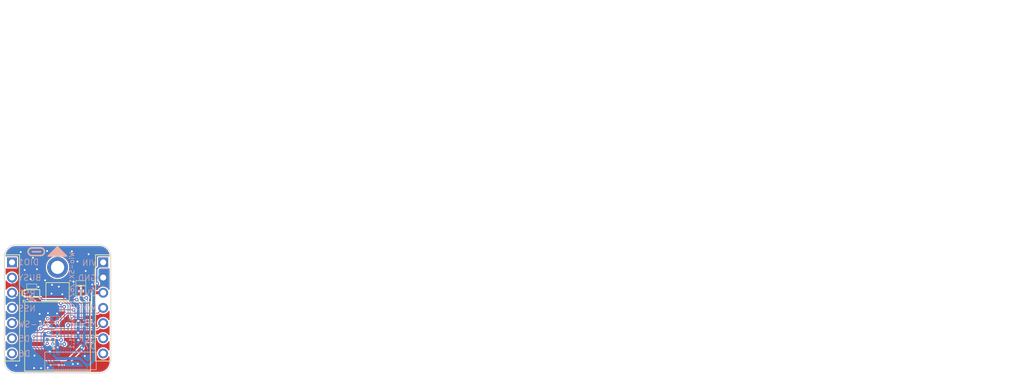
<source format=kicad_pcb>
(kicad_pcb (version 20240108) (generator "pcbnew") (generator_version "8.0")
  (layers (0 "F.Cu" signal) (31 "B.Cu" signal) (34 "B.Paste" user) (35 "F.Paste" user) (36 "B.SilkS" user "B.Silkscreen") (37 "F.SilkS" user "F.Silkscreen") (38 "B.Mask" user) (39 "F.Mask" user) (44 "Edge.Cuts" user))
  (net 0 "")
  (net 1 "Net-(D1--)")
  (net 2 "GPIO48")
  (net 3 "VIN")
  (net 4 "LORA_SPI_SCK")
  (net 5 "LORA_SPI_MISO")
  (net 6 "GND")
  (net 7 "+3V3")
  (net 8 "LORA_SPI_MOSI")
  (net 9 "LORA_RF_SW1")
  (net 10 "LORA_SPI_NSS")
  (net 11 "LORA_DIO1")
  (net 12 "LORA_BUSY")
  (net 13 "LORA_RST")
  (net 15 "GPIO47")
  (net 18 "GPIO18")
  (net 19 "GPIO14")
  (net 20 "GPIO15")
  (net 21 "GPIO21")
  (net 22 "GPIO16")
  (net 23 "GPIO17")
  (net 32 "Net-(U1-MISO)")
  (net 33 "Net-(U1-MOSI)")
  (net 34 "Net-(U1-SCK)")
  (net 35 "Net-(U1-NSS)")
  (footprint "Resistor:R0402" (layer "F.Cu") (at 117.856 118.0846 90)
    (property "Reference" "R3")
    (property "Value" "10K")
    (fp_line (start 0.839 -0.3945) (end 0.839 0.3945) (stroke (width 0.0762)) (layer "F.SilkS"))
    (fp_line (start -0.839 -0.3945) (end 0.839 -0.3945) (stroke (width 0.0762)) (layer "F.SilkS"))
    (fp_line (start 0.839 0.3945) (end -0.839 0.3945) (stroke (width 0.0762)) (layer "F.SilkS"))
    (fp_line (start -0.839 0.3945) (end -0.839 -0.3945) (stroke (width 0.0762)) (layer "F.SilkS"))
    (pad "1" smd roundrect (at -0.4625 0 90) (size 0.5 0.5) (layers "F.Cu" "F.Paste" "F.Mask") (roundrect_rratio 0.13) (net 21 "GPIO21"))
    (pad "2" smd roundrect (at 0.4625 0 90) (size 0.5 0.5) (layers "F.Cu" "F.Paste" "F.Mask") (roundrect_rratio 0.13) (net 7 "+3V3"))
  )
  (footprint "Connector:H7-2.54" (layer "F.Cu") (at 122.021598 120.90349)
    (property "Reference" "J2")
    (property "Value" "Header 1x7 2.54mm")
    (fp_line (start -1.27 -8.89) (end 1.27 -8.89) (stroke (width 0.127)) (layer "F.SilkS"))
    (fp_line (start -1.27 8.89) (end -1.27 -8.89) (stroke (width 0.127)) (layer "F.SilkS"))
    (fp_line (start 1.27 -8.89) (end 1.27 8.89) (stroke (width 0.127)) (layer "F.SilkS"))
    (fp_line (start 1.27 8.89) (end -1.27 8.89) (stroke (width 0.127)) (layer "F.SilkS"))
    (pad "1" thru_hole rect (at 0 -7.62) (size 1.651 1.651) (drill 1) (layers "*.Cu" "*.Mask") (net 3 "VIN"))
    (pad "2" thru_hole circle (at 0 -5.08) (size 1.651 1.651) (drill 1) (layers "*.Cu" "*.Mask") (net 6 "GND"))
    (pad "3" thru_hole circle (at 0 -2.54) (size 1.651 1.651) (drill 1) (layers "*.Cu" "*.Mask") (net 7 "+3V3"))
    (pad "4" thru_hole circle (at 0 0) (size 1.651 1.651) (drill 1) (layers "*.Cu" "*.Mask") (net 8 "LORA_SPI_MOSI"))
    (pad "5" thru_hole circle (at 0 2.54) (size 1.651 1.651) (drill 1) (layers "*.Cu" "*.Mask") (net 5 "LORA_SPI_MISO"))
    (pad "6" thru_hole circle (at 0 5.08) (size 1.651 1.651) (drill 1) (layers "*.Cu" "*.Mask") (net 4 "LORA_SPI_SCK"))
    (pad "7" thru_hole circle (at 0 7.62) (size 1.651 1.651) (drill 1) (layers "*.Cu" "*.Mask"))
  )
  (footprint "Misc:TP-D3_5c2_2mm" (layer "F.Cu") (at 114.398552 114.1222)
    (property "Reference" "TP1")
    (property "Value" "Test Point" (hide yes))
    (pad "1" thru_hole circle (at 0 0) (size 3.5 3.5) (drill 2.2) (layers "*.Cu" "*.Mask"))
  )
  (footprint "Resistor:R0402" (layer "F.Cu") (at 110.087664 117.305328 180)
    (property "Reference" "R2")
    (property "Value" "330R")
    (fp_line (start 0.839 0.3945) (end -0.839 0.3945) (stroke (width 0.0762)) (layer "F.SilkS"))
    (fp_line (start 0.839 -0.3945) (end 0.839 0.3945) (stroke (width 0.0762)) (layer "F.SilkS"))
    (fp_line (start -0.839 0.3945) (end -0.839 -0.3945) (stroke (width 0.0762)) (layer "F.SilkS"))
    (fp_line (start -0.839 -0.3945) (end 0.839 -0.3945) (stroke (width 0.0762)) (layer "F.SilkS"))
    (pad "1" smd roundrect (at -0.4625 0 180) (size 0.5 0.5) (layers "F.Cu" "F.Paste" "F.Mask") (roundrect_rratio 0.13) (net 6 "GND"))
    (pad "2" smd roundrect (at 0.4625 0 180) (size 0.5 0.5) (layers "F.Cu" "F.Paste" "F.Mask") (roundrect_rratio 0.13) (net 1 "Net-(D1--)"))
  )
  (footprint "Resistor:R0402" (layer "F.Cu") (at 118.745 118.0846 90)
    (property "Reference" "R1")
    (property "Value" "10K")
    (fp_line (start 0.839 -0.3945) (end 0.839 0.3945) (stroke (width 0.0762)) (layer "F.SilkS"))
    (fp_line (start -0.839 -0.3945) (end 0.839 -0.3945) (stroke (width 0.0762)) (layer "F.SilkS"))
    (fp_line (start 0.839 0.3945) (end -0.839 0.3945) (stroke (width 0.0762)) (layer "F.SilkS"))
    (fp_line (start -0.839 0.3945) (end -0.839 -0.3945) (stroke (width 0.0762)) (layer "F.SilkS"))
    (pad "1" smd roundrect (at -0.4625 0 90) (size 0.5 0.5) (layers "F.Cu" "F.Paste" "F.Mask") (roundrect_rratio 0.13) (net 13 "LORA_RST"))
    (pad "2" smd roundrect (at 0.4625 0 90) (size 0.5 0.5) (layers "F.Cu" "F.Paste" "F.Mask") (roundrect_rratio 0.13) (net 7 "+3V3"))
  )
  (footprint "Diode:LED-0603" (layer "F.Cu") (at 110.08868 118.482872)
    (property "Reference" "D1")
    (property "Value" "Green")
    (fp_line (start -1.5875 -0.254) (end -1.2065 -0.635) (stroke (width 0.127)) (layer "F.SilkS"))
    (fp_line (start -1.5875 0.254) (end -1.5875 -0.254) (stroke (width 0.127)) (layer "F.SilkS"))
    (fp_line (start -1.2065 -0.635) (end 1.3335 -0.635) (stroke (width 0.127)) (layer "F.SilkS"))
    (fp_line (start -1.2065 0.635) (end -1.5875 0.254) (stroke (width 0.127)) (layer "F.SilkS"))
    (fp_line (start 1.3335 -0.635) (end 1.3335 0.635) (stroke (width 0.127)) (layer "F.SilkS"))
    (fp_line (start 1.3335 0.635) (end -1.2065 0.635) (stroke (width 0.127)) (layer "F.SilkS"))
    (pad "1" smd roundrect (at 0.762 0 180) (size 0.762 0.889) (layers "F.Cu" "F.Paste" "F.Mask") (roundrect_rratio 0.125) (net 2 "GPIO48"))
    (pad "2" smd roundrect (at -0.762 0 180) (size 0.762 0.889) (layers "F.Cu" "F.Paste" "F.Mask") (roundrect_rratio 0.125) (net 1 "Net-(D1--)"))
  )
  (footprint "Module:MODULE12P-1.27-11X11.6MM" (layer "F.Cu") (at 108.9016 119.885014 -90)
    (property "Reference" "U1")
    (property "Value" "Wio-SX1262")
    (fp_line (start -0.254 0.254) (end -0.254 -0.127) (stroke (width 0.127)) (layer "F.SilkS"))
    (fp_line (start 0.127 0.254) (end -0.254 0.254) (stroke (width 0.127)) (layer "F.SilkS"))
    (fp_line (start 0 0) (end 0 -11) (stroke (width 0.12)) (layer "F.SilkS"))
    (fp_line (start 11.6 0) (end 0 0) (stroke (width 0.12)) (layer "F.SilkS"))
    (fp_line (start 0 -11) (end 11.6 -11) (stroke (width 0.12)) (layer "F.SilkS"))
    (fp_line (start 11.6 -11) (end 11.6 0) (stroke (width 0.12)) (layer "F.SilkS"))
    (pad "1" smd roundrect (at 1.33 -0.3) (size 1.6 0.6) (layers "F.Cu" "F.Paste" "F.Mask") (net 9 "LORA_RF_SW1"))
    (pad "2" smd roundrect (at 2.6 -0.3) (size 1.6 0.6) (layers "F.Cu" "F.Paste" "F.Mask") (net 32 "Net-(U1-MISO)"))
    (pad "3" smd roundrect (at 3.87 -0.3) (size 1.6 0.6) (layers "F.Cu" "F.Paste" "F.Mask") (net 33 "Net-(U1-MOSI)"))
    (pad "4" smd roundrect (at 5.14 -0.3) (size 1.6 0.6) (layers "F.Cu" "F.Paste" "F.Mask") (net 34 "Net-(U1-SCK)"))
    (pad "5" smd roundrect (at 6.41 -0.3) (size 1.6 0.6) (layers "F.Cu" "F.Paste" "F.Mask") (net 13 "LORA_RST"))
    (pad "6" smd roundrect (at 7.68 -0.3) (size 1.6 0.6) (layers "F.Cu" "F.Paste" "F.Mask") (net 35 "Net-(U1-NSS)"))
    (pad "7" smd roundrect (at 8.95 -0.3) (size 1.6 0.6) (layers "F.Cu" "F.Paste" "F.Mask") (net 6 "GND"))
    (pad "8" smd roundrect (at 10.22 -0.3) (size 1.6 0.6) (layers "F.Cu" "F.Paste" "F.Mask") (net 7 "+3V3"))
    (pad "9" smd roundrect (at 6.41 -10.7) (size 1.6 0.6) (layers "F.Cu" "F.Paste" "F.Mask"))
    (pad "10" smd roundrect (at 5.14 -10.7) (size 1.6 0.6) (layers "F.Cu" "F.Paste" "F.Mask") (net 6 "GND"))
    (pad "11" smd roundrect (at 3.87 -10.7) (size 1.6 0.6) (layers "F.Cu" "F.Paste" "F.Mask") (net 12 "LORA_BUSY"))
    (pad "12" smd roundrect (at 2.6 -10.7) (size 1.6 0.6) (layers "F.Cu" "F.Paste" "F.Mask") (net 11 "LORA_DIO1"))
  )
  (footprint "Switch:BUTTON2P_3_9X3X2MM" (layer "F.Cu") (at 114.398552 118.15572)
    (property "Reference" "K1")
    (property "Value" "TS-1185E")
    (fp_rect (start -1.95 -1.5) (end 1.95 1.5) (stroke (width 0.12)) (fill none) (layer "F.SilkS"))
    (pad "1" smd roundrect (at -2.25 0 90) (size 1.5 1) (layers "F.Cu" "F.Paste" "F.Mask") (net 6 "GND"))
    (pad "2" smd roundrect (at 2.25 0 90) (size 1.5 1) (layers "F.Cu" "F.Paste" "F.Mask") (net 21 "GPIO21"))
  )
  (footprint "Capacitor:C0402" (layer "F.Cu") (at 118.28 116.72 180)
    (property "Reference" "C1")
    (property "Value" "100nF")
    (fp_line (start 0.839 -0.2675) (end 0.839 0.2675) (stroke (width 0.0762)) (layer "F.SilkS"))
    (fp_line (start 0.712 0.3945) (end -0.712 0.3945) (stroke (width 0.0762)) (layer "F.SilkS"))
    (fp_line (start -0.712 -0.3945) (end 0.712 -0.3945) (stroke (width 0.0762)) (layer "F.SilkS"))
    (fp_line (start -0.839 0.2675) (end -0.839 -0.2675) (stroke (width 0.0762)) (layer "F.SilkS"))
    (fp_arc (start 0.839 0.2675) (mid 0.801803 0.357303) (end 0.712 0.3945) (stroke (width 0.0762)) (layer "F.SilkS"))
    (fp_arc (start 0.712 -0.3945) (mid 0.801803 -0.357303) (end 0.839 -0.2675) (stroke (width 0.0762)) (layer "F.SilkS"))
    (fp_arc (start -0.712 0.3945) (mid -0.801803 0.357303) (end -0.839 0.2675) (stroke (width 0.0762)) (layer "F.SilkS"))
    (fp_arc (start -0.839 -0.2675) (mid -0.801803 -0.357303) (end -0.712 -0.3945) (stroke (width 0.0762)) (layer "F.SilkS"))
    (pad "1" smd roundrect (at -0.4625 0 180) (size 0.5 0.5) (layers "F.Cu" "F.Paste" "F.Mask") (roundrect_rratio 0.13) (net 7 "+3V3"))
    (pad "2" smd roundrect (at 0.4625 0 180) (size 0.5 0.5) (layers "F.Cu" "F.Paste" "F.Mask") (roundrect_rratio 0.13) (net 6 "GND"))
  )
  (footprint "Connector:H7-2.54" (layer "F.Cu") (at 106.781598 120.90349)
    (property "Reference" "J1")
    (property "Value" "Header 1x7 2.54mm")
    (fp_line (start -1.27 -8.89) (end 1.27 -8.89) (stroke (width 0.127)) (layer "F.SilkS"))
    (fp_line (start -1.27 8.89) (end -1.27 -8.89) (stroke (width 0.127)) (layer "F.SilkS"))
    (fp_line (start 1.27 -8.89) (end 1.27 8.89) (stroke (width 0.127)) (layer "F.SilkS"))
    (fp_line (start 1.27 8.89) (end -1.27 8.89) (stroke (width 0.127)) (layer "F.SilkS"))
    (pad "1" thru_hole rect (at 0 -7.62) (size 1.651 1.651) (drill 1) (layers "*.Cu" "*.Mask") (net 11 "LORA_DIO1"))
    (pad "2" thru_hole circle (at 0 -5.08) (size 1.651 1.651) (drill 1) (layers "*.Cu" "*.Mask") (net 12 "LORA_BUSY"))
    (pad "3" thru_hole circle (at 0 -2.54) (size 1.651 1.651) (drill 1) (layers "*.Cu" "*.Mask") (net 13 "LORA_RST"))
    (pad "4" thru_hole circle (at 0 0) (size 1.651 1.651) (drill 1) (layers "*.Cu" "*.Mask") (net 10 "LORA_SPI_NSS"))
    (pad "5" thru_hole circle (at 0 2.54) (size 1.651 1.651) (drill 1) (layers "*.Cu" "*.Mask") (net 9 "LORA_RF_SW1"))
    (pad "6" thru_hole circle (at 0 5.08) (size 1.651 1.651) (drill 1) (layers "*.Cu" "*.Mask"))
    (pad "7" thru_hole circle (at 0 7.62) (size 1.651 1.651) (drill 1) (layers "*.Cu" "*.Mask"))
  )
  (footprint "Resistor:R0402" (layer "B.Cu") (at 113.13 126.19 180)
    (property "Reference" "R7")
    (property "Value" "47R")
    (fp_line (start 0.839 0.3945) (end -0.839 0.3945) (stroke (width 0.0762)) (layer "B.SilkS"))
    (fp_line (start 0.839 -0.3945) (end 0.839 0.3945) (stroke (width 0.0762)) (layer "B.SilkS"))
    (fp_line (start -0.839 0.3945) (end -0.839 -0.3945) (stroke (width 0.0762)) (layer "B.SilkS"))
    (fp_line (start -0.839 -0.3945) (end 0.839 -0.3945) (stroke (width 0.0762)) (layer "B.SilkS"))
    (pad "1" smd roundrect (at -0.4625 0 180) (size 0.5 0.5) (layers "B.Cu" "B.Paste" "B.Mask") (roundrect_rratio 0.13) (net 10 "LORA_SPI_NSS"))
    (pad "2" smd roundrect (at 0.4625 0 180) (size 0.5 0.5) (layers "B.Cu" "B.Paste" "B.Mask") (roundrect_rratio 0.13) (net 35 "Net-(U1-NSS)"))
  )
  (footprint "Connector:BTB2X15-FEMALE-8.6X2.94X3.9MM" (layer "B.Cu") (at 116.560598 129.76809)
    (property "Reference" "J3" (hide yes))
    (property "Value" "30pin")
    (fp_line (start -4.3 -1.47) (end -4.3 1.47) (stroke (width 0.12)) (layer "B.SilkS"))
    (fp_line (start -4.3 1.47) (end 4.3 1.47) (stroke (width 0.12)) (layer "B.SilkS"))
    (fp_line (start 4.3 -1.47) (end -4.3 -1.47) (stroke (width 0.12)) (layer "B.SilkS"))
    (fp_line (start 4.3 1.47) (end 4.3 -1.47) (stroke (width 0.12)) (layer "B.SilkS"))
    (pad "1" smd roundrect (at -2.8 -1.48 270) (size 0.58 0.2) (layers "B.Cu" "B.Paste" "B.Mask") (net 3 "VIN"))
    (pad "2" smd roundrect (at -2.8 1.48 270) (size 0.58 0.2) (layers "B.Cu" "B.Paste" "B.Mask") (net 6 "GND"))
    (pad "3" smd roundrect (at -2.4 -1.48 270) (size 0.58 0.2) (layers "B.Cu" "B.Paste" "B.Mask") (net 6 "GND"))
    (pad "4" smd roundrect (at -2.4 1.48 270) (size 0.58 0.2) (layers "B.Cu" "B.Paste" "B.Mask"))
    (pad "5" smd roundrect (at -2 -1.48 270) (size 0.58 0.2) (layers "B.Cu" "B.Paste" "B.Mask") (net 6 "GND"))
    (pad "6" smd roundrect (at -2 1.48 270) (size 0.58 0.2) (layers "B.Cu" "B.Paste" "B.Mask") (net 4 "LORA_SPI_SCK"))
    (pad "7" smd roundrect (at -1.6 -1.48 270) (size 0.58 0.2) (layers "B.Cu" "B.Paste" "B.Mask") (net 13 "LORA_RST"))
    (pad "8" smd roundrect (at -1.6 1.48 270) (size 0.58 0.2) (layers "B.Cu" "B.Paste" "B.Mask") (net 5 "LORA_SPI_MISO"))
    (pad "9" smd roundrect (at -1.2 -1.48 270) (size 0.58 0.2) (layers "B.Cu" "B.Paste" "B.Mask") (net 10 "LORA_SPI_NSS"))
    (pad "10" smd roundrect (at -1.2 1.48 270) (size 0.58 0.2) (layers "B.Cu" "B.Paste" "B.Mask") (net 8 "LORA_SPI_MOSI"))
    (pad "11" smd roundrect (at -0.8 -1.48 270) (size 0.58 0.2) (layers "B.Cu" "B.Paste" "B.Mask") (net 12 "LORA_BUSY"))
    (pad "12" smd roundrect (at -0.8 1.48 270) (size 0.58 0.2) (layers "B.Cu" "B.Paste" "B.Mask"))
    (pad "13" smd roundrect (at -0.4 -1.48 270) (size 0.58 0.2) (layers "B.Cu" "B.Paste" "B.Mask") (net 11 "LORA_DIO1"))
    (pad "14" smd roundrect (at -0.4 1.48 270) (size 0.58 0.2) (layers "B.Cu" "B.Paste" "B.Mask"))
    (pad "15" smd roundrect (at 0 -1.48 270) (size 0.58 0.2) (layers "B.Cu" "B.Paste" "B.Mask") (net 9 "LORA_RF_SW1"))
    (pad "16" smd roundrect (at 0 1.48 270) (size 0.58 0.2) (layers "B.Cu" "B.Paste" "B.Mask"))
    (pad "17" smd roundrect (at 0.4 -1.48 270) (size 0.58 0.2) (layers "B.Cu" "B.Paste" "B.Mask") (net 15 "GPIO47"))
    (pad "18" smd roundrect (at 0.4 1.48 270) (size 0.58 0.2) (layers "B.Cu" "B.Paste" "B.Mask"))
    (pad "19" smd roundrect (at 0.8 -1.48 270) (size 0.58 0.2) (layers "B.Cu" "B.Paste" "B.Mask") (net 2 "GPIO48"))
    (pad "20" smd roundrect (at 0.8 1.48 270) (size 0.58 0.2) (layers "B.Cu" "B.Paste" "B.Mask") (net 19 "GPIO14"))
    (pad "21" smd roundrect (at 1.2 -1.48 270) (size 0.58 0.2) (layers "B.Cu" "B.Paste" "B.Mask"))
    (pad "22" smd roundrect (at 1.2 1.48 270) (size 0.58 0.2) (layers "B.Cu" "B.Paste" "B.Mask") (net 20 "GPIO15"))
    (pad "23" smd roundrect (at 1.6 -1.48 270) (size 0.58 0.2) (layers "B.Cu" "B.Paste" "B.Mask") (net 7 "+3V3"))
    (pad "24" smd roundrect (at 1.6 1.48 270) (size 0.58 0.2) (layers "B.Cu" "B.Paste" "B.Mask") (net 22 "GPIO16"))
    (pad "25" smd roundrect (at 2 -1.48 270) (size 0.58 0.2) (layers "B.Cu" "B.Paste" "B.Mask") (net 7 "+3V3"))
    (pad "26" smd roundrect (at 2 1.48 270) (size 0.58 0.2) (layers "B.Cu" "B.Paste" "B.Mask") (net 23 "GPIO17"))
    (pad "27" smd roundrect (at 2.4 -1.48 270) (size 0.58 0.2) (layers "B.Cu" "B.Paste" "B.Mask") (net 6 "GND"))
    (pad "28" smd roundrect (at 2.4 1.48 270) (size 0.58 0.2) (layers "B.Cu" "B.Paste" "B.Mask") (net 18 "GPIO18"))
    (pad "29" smd roundrect (at 2.8 -1.48 270) (size 0.58 0.2) (layers "B.Cu" "B.Paste" "B.Mask") (net 21 "GPIO21"))
    (pad "30" smd roundrect (at 2.8 1.48 270) (size 0.58 0.2) (layers "B.Cu" "B.Paste" "B.Mask") (net 3 "VIN"))
  )
  (footprint "Resistor:R0402" (layer "B.Cu") (at 113.88 125.09 180)
    (property "Reference" "R6")
    (property "Value" "47R")
    (fp_line (start 0.839 0.3945) (end -0.839 0.3945) (stroke (width 0.0762)) (layer "B.SilkS"))
    (fp_line (start 0.839 -0.3945) (end 0.839 0.3945) (stroke (width 0.0762)) (layer "B.SilkS"))
    (fp_line (start -0.839 0.3945) (end -0.839 -0.3945) (stroke (width 0.0762)) (layer "B.SilkS"))
    (fp_line (start -0.839 -0.3945) (end 0.839 -0.3945) (stroke (width 0.0762)) (layer "B.SilkS"))
    (pad "1" smd roundrect (at -0.4625 0 180) (size 0.5 0.5) (layers "B.Cu" "B.Paste" "B.Mask") (roundrect_rratio 0.13) (net 4 "LORA_SPI_SCK"))
    (pad "2" smd roundrect (at 0.4625 0 180) (size 0.5 0.5) (layers "B.Cu" "B.Paste" "B.Mask") (roundrect_rratio 0.13) (net 34 "Net-(U1-SCK)"))
  )
  (footprint "Resistor:R0402" (layer "B.Cu") (at 113.87 123.92 180)
    (property "Reference" "R5")
    (property "Value" "47R")
    (fp_line (start 0.839 0.3945) (end -0.839 0.3945) (stroke (width 0.0762)) (layer "B.SilkS"))
    (fp_line (start 0.839 -0.3945) (end 0.839 0.3945) (stroke (width 0.0762)) (layer "B.SilkS"))
    (fp_line (start -0.839 0.3945) (end -0.839 -0.3945) (stroke (width 0.0762)) (layer "B.SilkS"))
    (fp_line (start -0.839 -0.3945) (end 0.839 -0.3945) (stroke (width 0.0762)) (layer "B.SilkS"))
    (pad "1" smd roundrect (at -0.4625 0 180) (size 0.5 0.5) (layers "B.Cu" "B.Paste" "B.Mask") (roundrect_rratio 0.13) (net 8 "LORA_SPI_MOSI"))
    (pad "2" smd roundrect (at 0.4625 0 180) (size 0.5 0.5) (layers "B.Cu" "B.Paste" "B.Mask") (roundrect_rratio 0.13) (net 33 "Net-(U1-MOSI)"))
  )
  (footprint "Resistor:R0402" (layer "B.Cu") (at 113.87 122.72 180)
    (property "Reference" "R4")
    (property "Value" "47R")
    (fp_line (start 0.839 0.3945) (end -0.839 0.3945) (stroke (width 0.0762)) (layer "B.SilkS"))
    (fp_line (start 0.839 -0.3945) (end 0.839 0.3945) (stroke (width 0.0762)) (layer "B.SilkS"))
    (fp_line (start -0.839 0.3945) (end -0.839 -0.3945) (stroke (width 0.0762)) (layer "B.SilkS"))
    (fp_line (start -0.839 -0.3945) (end 0.839 -0.3945) (stroke (width 0.0762)) (layer "B.SilkS"))
    (pad "1" smd roundrect (at -0.4625 0 180) (size 0.5 0.5) (layers "B.Cu" "B.Paste" "B.Mask") (roundrect_rratio 0.13) (net 5 "LORA_SPI_MISO"))
    (pad "2" smd roundrect (at 0.4625 0 180) (size 0.5 0.5) (layers "B.Cu" "B.Paste" "B.Mask") (roundrect_rratio 0.13) (net 32 "Net-(U1-MISO)"))
  )
  (gr_arc (start 110.109 112.141) (mid 109.474 111.506) (end 110.109 110.871) (stroke (width 0.254)) (layer "B.SilkS"))
  (gr_line (start 110.1725 112.141) (end 111.5695 112.141) (stroke (width 0.254)) (layer "B.SilkS"))
  (gr_circle (center 113.764568 127.673608) (end 113.891568 127.673608) (stroke (width 0.254)) (fill none) (layer "B.SilkS"))
  (gr_arc (start 111.5695 110.871) (mid 112.2045 111.506) (end 111.5695 112.141) (stroke (width 0.254)) (layer "B.SilkS"))
  (gr_line (start 110.1725 110.871) (end 111.5695 110.871) (stroke (width 0.254)) (layer "B.SilkS"))
  (gr_line (start 110.1725 111.506) (end 111.5695 111.506) (stroke (width 0.254)) (layer "B.SilkS"))
  (gr_arc (start 121.386598 110.36249) (mid 122.733641 110.92045) (end 123.29161 112.26749) (stroke (width 0.1016)) (layer "Edge.Cuts"))
  (gr_line (start 120.591598 110.36249) (end 108.211598 110.36249) (stroke (width 0.1016)) (layer "Edge.Cuts"))
  (gr_line (start 108.211598 110.36249) (end 107.416598 110.36249) (stroke (width 0.1016)) (layer "Edge.Cuts"))
  (gr_line (start 121.386598 110.36249) (end 120.591598 110.36249) (stroke (width 0.1016)) (layer "Edge.Cuts"))
  (gr_line (start 123.291598 129.89729) (end 123.291598 112.26749) (stroke (width 0.1016)) (layer "Edge.Cuts"))
  (gr_arc (start 105.511598 112.26749) (mid 106.069563 110.920457) (end 107.416598 110.362498) (stroke (width 0.1016)) (layer "Edge.Cuts"))
  (gr_arc (start 123.291598 129.89729) (mid 122.73364 131.244334) (end 121.386598 131.802298) (stroke (width 0.1016)) (layer "Edge.Cuts"))
  (gr_arc (start 107.416598 131.80229) (mid 106.069529 131.244333) (end 105.51151 129.89729) (stroke (width 0.1016)) (layer "Edge.Cuts"))
  (gr_line (start 107.416598 131.80229) (end 121.386598 131.80229) (stroke (width 0.1016)) (layer "Edge.Cuts"))
  (gr_line (start 105.511598 129.89729) (end 105.511598 112.26749) (stroke (width 0.1016)) (layer "Edge.Cuts"))
  (gr_text "3V3" (at 120.809512 119.007128 0) (layer "B.SilkS") (effects (font (size 1 1) (thickness 0.1)) (justify left bottom mirror)))
  (gr_text "RF-SW" (at 113.003584 124.223272 0) (layer "B.SilkS") (effects (font (size 1 1) (thickness 0.1)) (justify left bottom mirror)))
  (gr_text "BUSY" (at 111.737648 116.426488 0) (layer "B.SilkS") (effects (font (size 1 1) (thickness 0.1)) (justify left bottom mirror)))
  (gr_text "D7" (at 120.896888 127.889 0) (layer "B.SilkS") (effects (font (size 1 1) (thickness 0.1)) (justify left bottom mirror)))
  (gr_text "Wio-SX1262 for XIAO V1.1\n" (at 117.2464 111.4298 90) (layer "B.SilkS") (effects (font (size 0.8 0.8) (thickness 0.1)) (justify left bottom mirror)))
  (gr_text "GND" (at 120.947688 116.476272 0) (layer "B.SilkS") (effects (font (size 1 1) (thickness 0.1)) (justify left bottom mirror)))
  (gr_text "DIO1" (at 111.349536 113.83264 0) (layer "B.SilkS") (effects (font (size 1 1) (thickness 0.1)) (justify left bottom mirror)))
  (gr_text "SCK" (at 120.834912 126.600712 0) (layer "B.SilkS") (effects (font (size 1 1) (thickness 0.1)) (justify left bottom mirror)))
  (gr_text "MOSI" (at 121.072656 121.551192 0) (layer "B.SilkS") (effects (font (size 1 1) (thickness 0.1)) (justify left bottom mirror)))
  (gr_text "D5" (at 109.859064 126.638304 0) (layer "B.SilkS") (effects (font (size 1 1) (thickness 0.1)) (justify left bottom mirror)))
  (gr_text "VIN" (at 120.947688 113.957608 0) (layer "B.SilkS") (effects (font (size 1 1) (thickness 0.1)) (justify left bottom mirror)))
  (gr_text "D6\n" (at 109.909864 129.152904 0) (layer "B.SilkS") (effects (font (size 1 1) (thickness 0.1)) (justify left bottom mirror)))
  (gr_text "NSS" (at 110.811056 121.58472 0) (layer "B.SilkS") (effects (font (size 1 1) (thickness 0.1)) (justify left bottom mirror)))
  (gr_text "MISO" (at 121.047256 124.116592 0) (layer "B.SilkS") (effects (font (size 1 1) (thickness 0.1)) (justify left bottom mirror)))
  (gr_text "RST" (at 110.785656 119.07012 0) (layer "B.SilkS") (effects (font (size 1 1) (thickness 0.1)) (justify left bottom mirror)))
  (segment (start 109.32668 117.603812) (end 109.625164 117.305328) (width 0.127) (layer "F.Cu") (net 1))
  (segment (start 109.32668 118.482872) (end 109.32668 117.603812) (width 0.127) (layer "F.Cu") (net 1))
  (segment (start 117.5766 119.507) (end 111.874808 119.507) (width 0.127) (layer "F.Cu") (net 2))
  (segment (start 111.874808 119.507) (end 110.85068 118.482872) (width 0.127) (layer "F.Cu") (net 2))
  (via (at 117.5766 119.507) (size 0.6096) (drill 0.3048) (layers "F.Cu" "B.Cu") (net 2))
  (segment (start 118.364 126.7714) (end 117.360598 127.774802) (width 0.127) (layer "B.Cu") (net 2))
  (segment (start 117.360598 127.774802) (end 117.360598 128.28809) (width 0.127) (layer "B.Cu") (net 2))
  (segment (start 118.364 120.2944) (end 118.364 126.7714) (width 0.127) (layer "B.Cu") (net 2))
  (segment (start 117.5766 119.507) (end 118.364 120.2944) (width 0.127) (layer "B.Cu") (net 2))
  (segment (start 121.031 116.8146) (end 120.921798 116.705398) (width 0.254) (layer "F.Cu") (net 3))
  (segment (start 122.021598 113.284002) (end 122.021598 113.28349) (width 0.254) (layer "F.Cu") (net 3))
  (segment (start 120.921798 114.383802) (end 122.021598 113.284002) (width 0.254) (layer "F.Cu") (net 3))
  (segment (start 120.921798 116.705398) (end 120.921798 114.383802) (width 0.254) (layer "F.Cu") (net 3))
  (via (at 121.031 116.8146) (size 0.6096) (drill 0.3048) (layers "F.Cu" "B.Cu") (net 3))
  (segment (start 113.760598 128.28809) (end 113.760598 128.848198) (width 0.2032) (layer "B.Cu") (net 3))
  (segment (start 118.11 129.3622) (end 114.2746 129.3622) (width 0.508) (layer "B.Cu") (net 3))
  (segment (start 119.360598 130.612798) (end 119.3546 130.6068) (width 0.2032) (layer "B.Cu") (net 3))
  (segment (start 121.031 116.8146) (end 120.921798 116.705398) (width 0.254) (layer "B.Cu") (net 3))
  (segment (start 120.4468 117.983) (end 120.4468 129.667) (width 0.508) (layer "B.Cu") (net 3))
  (segment (start 121.031 117.3988) (end 120.4468 117.983) (width 0.508) (layer "B.Cu") (net 3))
  (segment (start 122.021598 113.28349) (end 122.021598 113.309398) (width 0.254) (layer "B.Cu") (net 3))
  (segment (start 121.031 116.8146) (end 121.031 117.3988) (width 0.508) (layer "B.Cu") (net 3))
  (segment (start 120.4468 129.667) (end 119.7356 130.3782) (width 0.508) (layer "B.Cu") (net 3))
  (segment (start 114.2746 129.3622) (end 113.7666 128.8542) (width 0.508) (layer "B.Cu") (net 3))
  (segment (start 119.3546 130.6068) (end 119.0117 130.2639) (width 0.508) (layer "B.Cu") (net 3))
  (segment (start 119.360598 131.24809) (end 119.360598 130.612798) (width 0.2032) (layer "B.Cu") (net 3))
  (segment (start 120.921798 116.705398) (end 120.921798 114.38329) (width 0.254) (layer "B.Cu") (net 3))
  (segment (start 120.921798 114.38329) (end 122.021598 113.28349) (width 0.254) (layer "B.Cu") (net 3))
  (segment (start 113.760598 128.848198) (end 113.7666 128.8542) (width 0.2032) (layer "B.Cu") (net 3))
  (segment (start 119.126 130.3782) (end 119.0117 130.2639) (width 0.508) (layer "B.Cu") (net 3))
  (segment (start 119.7356 130.3782) (end 119.126 130.3782) (width 0.508) (layer "B.Cu") (net 3))
  (segment (start 119.0117 130.2639) (end 118.11 129.3622) (width 0.508) (layer "B.Cu") (net 3))
  (segment (start 119.32 125.64) (end 114.64 125.64) (width 0.127) (layer "F.Cu") (net 4))
  (segment (start 114.64 125.64) (end 110.44 125.64) (width 0.127) (layer "F.Cu") (net 4))
  (segment (start 114.64 125.64) (end 114.34 125.64) (width 0.127) (layer "F.Cu") (net 4))
  (segment (start 122.021598 125.98349) (end 121.678108 125.64) (width 0.127) (layer "F.Cu") (net 4))
  (segment (start 121.678108 125.64) (end 119.32 125.64) (width 0.127) (layer "F.Cu") (net 4))
  (via (at 110.44 125.64) (size 0.508) (drill 0.254) (layers "F.Cu" "B.Cu") (net 4))
  (via (at 114.34 125.64) (size 0.508) (drill 0.254) (layers "F.Cu" "B.Cu") (net 4))
  (segment (start 114.341656 130.481832) (end 114.560598 130.700774) (width 0.127) (layer "B.Cu") (net 4))
  (segment (start 114.34 125.64) (end 114.34 125.0925) (width 0.127) (layer "B.Cu") (net 4))
  (segment (start 110.44 125.64) (end 110.44 127.4072) (width 0.127) (layer "B.Cu") (net 4))
  (segment (start 113.514632 130.481832) (end 114.341656 130.481832) (width 0.127) (layer "B.Cu") (net 4))
  (segment (start 114.560598 130.700774) (end 114.560598 131.24809) (width 0.127) (layer "B.Cu") (net 4))
  (segment (start 110.44 127.4072) (end 113.514632 130.481832) (width 0.127) (layer "B.Cu") (net 4))
  (segment (start 114.34 125.0925) (end 114.3425 125.09) (width 0.127) (layer "B.Cu") (net 4))
  (segment (start 121.081288 124.3838) (end 122.021598 123.44349) (width 0.127) (layer "F.Cu") (net 5))
  (segment (start 111.5938 124.3838) (end 121.081288 124.3838) (width 0.127) (layer "F.Cu") (net 5))
  (segment (start 111.57 124.36) (end 111.5938 124.3838) (width 0.127) (layer "F.Cu") (net 5))
  (via (at 111.57 124.36) (size 0.6096) (drill 0.3048) (layers "F.Cu" "B.Cu") (net 5))
  (segment (start 110.9726 124.9574) (end 110.9726 127.4572) (width 0.127) (layer "B.Cu") (net 5))
  (segment (start 114.960598 130.524702) (end 114.960598 131.24809) (width 0.127) (layer "B.Cu") (net 5))
  (segment (start 112.63 123.3) (end 113.74 123.3) (width 0.127) (layer "B.Cu") (net 5))
  (segment (start 114.32 122.72) (end 114.3325 122.72) (width 0.127) (layer "B.Cu") (net 5))
  (segment (start 113.67008 130.15468) (end 114.590576 130.15468) (width 0.127) (layer "B.Cu") (net 5))
  (segment (start 111.57 124.36) (end 112.63 123.3) (width 0.127) (layer "B.Cu") (net 5))
  (segment (start 113.74 123.3) (end 114.32 122.72) (width 0.127) (layer "B.Cu") (net 5))
  (segment (start 111.57 124.36) (end 110.9726 124.9574) (width 0.127) (layer "B.Cu") (net 5))
  (segment (start 110.9726 127.4572) (end 113.67008 130.15468) (width 0.127) (layer "B.Cu") (net 5))
  (segment (start 111.5822 124.3447) (end 111.5822 124.3478) (width 0.127) (layer "B.Cu") (net 5))
  (segment (start 114.590576 130.15468) (end 114.960598 130.524702) (width 0.127) (layer "B.Cu") (net 5))
  (segment (start 111.5822 124.3478) (end 111.57 124.36) (width 0.127) (layer "B.Cu") (net 5))
  (via (at 117.856 123.0884) (size 0.6096) (drill 0.3048) (layers "F.Cu" "B.Cu") (net 6))
  (via (at 110.5408 128.8796) (size 0.6096) (drill 0.3048) (layers "F.Cu" "B.Cu") (net 6))
  (via (at 114.6048 117.348) (size 0.6096) (drill 0.3048) (layers "F.Cu" "B.Cu") (net 6))
  (via (at 111.2012 117.3734) (size 0.6096) (drill 0.3048) (layers "F.Cu" "B.Cu") (net 6))
  (via (at 109.89 116.09) (size 0.6096) (drill 0.3048) (layers "F.Cu" "B.Cu") (net 6))
  (via (at 112.649 111.379) (size 0.6096) (drill 0.3048) (layers "F.Cu" "B.Cu") (net 6))
  (via (at 116.9416 130.302) (size 0.6096) (drill 0.3048) (layers "F.Cu" "B.Cu") (net 6))
  (via (at 117.0686 116.5352) (size 0.6096) (drill 0.3048) (layers "F.Cu" "B.Cu") (net 6))
  (via (at 114.31 121.84) (size 0.6096) (drill 0.3048) (layers "F.Cu" "B.Cu") (net 6))
  (via (at 114.41 127.51) (size 0.6096) (drill 0.3048) (layers "F.Cu" "B.Cu") (net 6))
  (via (at 120.1928 116.9924) (size 0.6096) (drill 0.3048) (layers "F.Cu" "B.Cu") (net 6))
  (via (at 112.3188 116.2812) (size 0.6096) (drill 0.3048) (layers "F.Cu" "B.Cu") (net 6))
  (via (at 111.6384 130.9954) (size 0.6096) (drill 0.3048) (layers "F.Cu" "B.Cu") (net 6))
  (via (at 117.7798 130.2512) (size 0.6096) (drill 0.3048) (layers "F.Cu" "B.Cu") (net 6))
  (via (at 107.4928 130.5306) (size 0.6096) (drill 0.3048) (layers "F.Cu" "B.Cu") (net 6))
  (via (at 118.9482 128.9558) (size 0.6096) (drill 0.3048) (layers "F.Cu" "B.Cu") (net 6))
  (via (at 117.8306 125.0442) (size 0.6096) (drill 0.3048) (layers "F.Cu" "B.Cu") (net 6))
  (via (at 113.0808 128.1938) (size 0.6096) (drill 0.3048) (layers "F.Cu" "B.Cu") (net 6))
  (via (at 110.9472 114.427) (size 0.6096) (drill 0.3048) (layers "F.Cu" "B.Cu") (net 6))
  (via (at 117.856 126.2888) (size 0.6096) (drill 0.3048) (layers "F.Cu" "B.Cu") (net 6))
  (via (at 115.189 118.618) (size 0.6096) (drill 0.3048) (layers "F.Cu" "B.Cu") (net 6))
  (via (at 110.47 130.97) (size 0.6096) (drill 0.3048) (layers "F.Cu" "B.Cu") (net 6))
  (via (at 119.5832 111.9124) (size 0.6096) (drill 0.3048) (layers "F.Cu" "B.Cu") (net 6))
  (via (at 112.756 130.925414) (size 0.6096) (drill 0.3048) (layers "F.Cu" "B.Cu") (net 6))
  (via (at 113.48 117.05) (size 0.6096) (drill 0.3048) (layers "F.Cu" "B.Cu") (net 6))
  (via (at 116.7892 111.4298) (size 0.6096) (drill 0.3048) (layers "F.Cu" "B.Cu") (net 6))
  (via (at 117.729 113.1316) (size 0.6096) (drill 0.3048) (layers "F.Cu" "B.Cu") (net 6))
  (via (at 113.3856 118.5164) (size 0.6096) (drill 0.3048) (layers "F.Cu" "B.Cu") (net 6))
  (via (at 111.47 123.15) (size 0.6096) (drill 0.3048) (layers "F.Cu" "B.Cu") (net 6))
  (via (at 110.28 112.51) (size 0.6096) (drill 0.3048) (layers "F.Cu" "B.Cu") (net 6))
  (via (at 112.79 121.79) (size 0.6096) (drill 0.3048) (layers "F.Cu" "B.Cu") (net 6))
  (via (at 108.8898 114.554) (size 0.6096) (drill 0.3048) (layers "F.Cu" "B.Cu") (net 6))
  (via (at 119.1006 114.7318) (size 0.6096) (drill 0.3048) (layers "F.Cu" "B.Cu") (net 6))
  (via (at 111.4044 121.92) (size 0.6096) (drill 0.3048) (layers "F.Cu" "B.Cu") (net 6))
  (via (at 108.2294 111.5568) (size 0.6096) (drill 0.3048) (layers "F.Cu" "B.Cu") (net 6))
  (segment (start 113.391814 130.790814) (end 113.760598 131.159598) (width 0.2032) (layer "B.Cu") (net 6))
  (segment (start 114.41 127.51) (end 114.160598 127.759402) (width 0.2032) (layer "B.Cu") (net 6))
  (segment (start 118.960598 128.943402) (end 118.9482 128.9558) (width 0.2032) (layer "B.Cu") (net 6))
  (segment (start 114.560598 128.28809) (end 114.560598 127.660598) (width 0.127) (layer "B.Cu") (net 6))
  (segment (start 114.160598 127.759402) (end 114.160598 128.28809) (width 0.2032) (layer "B.Cu") (net 6))
  (segment (start 113.760598 131.159598) (end 113.760598 131.24809) (width 0.2032) (layer "B.Cu") (net 6))
  (segment (start 113.0554 130.790814) (end 113.391814 130.790814) (width 0.2032) (layer "B.Cu") (net 6))
  (segment (start 114.560598 127.660598) (end 114.41 127.51) (width 0.127) (layer "B.Cu") (net 6))
  (segment (start 118.960598 128.28809) (end 118.960598 128.943402) (width 0.2032) (layer "B.Cu") (net 6))
  (segment (start 120.59869 118.36349) (end 119.8573 117.6221) (width 0.508) (layer "F.Cu") (net 7))
  (segment (start 109.2016 130.105014) (end 115.893986 130.105014) (width 0.508) (layer "F.Cu") (net 7))
  (segment (start 119.8573 117.6221) (end 118.745 117.6221) (width 0.508) (layer "F.Cu") (net 7))
  (segment (start 118.745 116.7225) (end 118.7425 116.72) (width 0.508) (layer "F.Cu") (net 7))
  (segment (start 122.021598 118.36349) (end 120.59869 118.36349) (width 0.508) (layer "F.Cu") (net 7))
  (segment (start 118.745 117.6221) (end 118.3185 117.6221) (width 0.508) (layer "F.Cu") (net 7))
  (segment (start 118.3079 117.6221) (end 118.3132 117.6274) (width 0.508) (layer "F.Cu") (net 7))
  (segment (start 118.3185 117.6221) (end 118.3132 117.6274) (width 0.508) (layer "F.Cu") (net 7))
  (segment (start 115.893986 130.105014) (end 118.4402 127.5588) (width 0.508) (layer "F.Cu") (net 7))
  (segment (start 118.745 117.6221) (end 118.745 116.7225) (width 0.508) (layer "F.Cu") (net 7))
  (segment (start 117.856 117.6221) (end 118.3079 117.6221) (width 0.508) (layer "F.Cu") (net 7))
  (via (at 118.4402 127.5588) (size 0.6096) (drill 0.3048) (layers "F.Cu" "B.Cu") (net 7))
  (via (at 118.3132 117.6274) (size 0.6096) (drill 0.3048) (layers "F.Cu" "B.Cu") (net 7))
  (segment (start 118.4402 127.5588) (end 118.4402 127.508) (width 0.508) (layer "B.Cu") (net 7))
  (segment (start 118.872 127.0762) (end 118.872 119.9134) (width 0.508) (layer "B.Cu") (net 7))
  (segment (start 118.4402 127.508) (end 118.872 127.0762) (width 0.508) (layer "B.Cu") (net 7))
  (segment (start 118.3386 117.6528) (end 118.3132 117.6274) (width 0.508) (layer "B.Cu") (net 7))
  (segment (start 118.560598 127.679198) (end 118.4402 127.5588) (width 0.2032) (layer "B.Cu") (net 7))
  (segment (start 118.160598 128.28809) (end 118.160598 127.838402) (width 0.2032) (layer "B.Cu") (net 7))
  (segment (start 118.560598 128.28809) (end 118.560598 127.679198) (width 0.2032) (layer "B.Cu") (net 7))
  (segment (start 118.3386 119.38) (end 118.3386 118.491) (width 0.508) (layer "B.Cu") (net 7))
  (segment (start 118.160598 127.838402) (end 118.4402 127.5588) (width 0.2032) (layer "B.Cu") (net 7))
  (segment (start 118.872 119.9134) (end 118.3386 119.38) (width 0.508) (layer "B.Cu") (net 7))
  (segment (start 118.3386 118.491) (end 118.3386 117.6528) (width 0.508) (layer "B.Cu") (net 7))
  (segment (start 115.967 121.793) (end 114.34 123.42) (width 0.127) (layer "F.Cu") (net 8))
  (segment (start 121.132088 121.793) (end 115.967 121.793) (width 0.127) (layer "F.Cu") (net 8))
  (segment (start 122.021598 120.90349) (end 121.132088 121.793) (width 0.127) (layer "F.Cu") (net 8))
  (via (at 114.34 123.42) (size 0.508) (drill 0.254) (layers "F.Cu" "B.Cu") (net 8))
  (segment (start 112.3142 124.49) (end 113.7625 124.49) (width 0.127) (layer "B.Cu") (net 8))
  (segment (start 114.34 123.42) (end 114.34 123.9125) (width 0.127) (layer "B.Cu") (net 8))
  (segment (start 113.7625 124.49) (end 114.3325 123.92) (width 0.127) (layer "B.Cu") (net 8))
  (segment (start 115.360598 131.24809) (end 115.360598 130.397398) (width 0.127) (layer "B.Cu") (net 8))
  (segment (start 113.8428 129.8194) (end 111.6584 127.635) (width 0.127) (layer "B.Cu") (net 8))
  (segment (start 111.6584 127.635) (end 111.6584 125.1458) (width 0.127) (layer "B.Cu") (net 8))
  (segment (start 114.7826 129.8194) (end 113.8428 129.8194) (width 0.127) (layer "B.Cu") (net 8))
  (segment (start 115.360598 130.397398) (end 114.7826 129.8194) (width 0.127) (layer "B.Cu") (net 8))
  (segment (start 114.34 123.9125) (end 114.3325 123.92) (width 0.127) (layer "B.Cu") (net 8))
  (segment (start 111.6584 125.1458) (end 112.3142 124.49) (width 0.127) (layer "B.Cu") (net 8))
  (segment (start 108.248586 121.215014) (end 107.8484 121.6152) (width 0.127) (layer "F.Cu") (net 9))
  (segment (start 107.8484 122.376688) (end 106.781598 123.44349) (width 0.127) (layer "F.Cu") (net 9))
  (segment (start 107.8484 121.6152) (end 107.8484 122.376688) (width 0.127) (layer "F.Cu") (net 9))
  (segment (start 109.2016 121.215014) (end 108.248586 121.215014) (width 0.127) (layer "F.Cu") (net 9))
  (segment (start 117.0686 121.215014) (end 109.2016 121.215014) (width 0.127) (layer "F.Cu") (net 9))
  (via (at 117.0686 121.215014) (size 0.6096) (drill 0.3048) (layers "F.Cu" "B.Cu") (net 9))
  (segment (start 117.3226 126.9238) (end 116.560598 127.685802) (width 0.127) (layer "B.Cu") (net 9))
  (segment (start 117.3226 121.469014) (end 117.3226 126.9238) (width 0.127) (layer "B.Cu") (net 9))
  (segment (start 116.560598 127.685802) (end 116.560598 128.28809) (width 0.127) (layer "B.Cu") (net 9))
  (segment (start 117.0686 121.215014) (end 117.3226 121.469014) (width 0.127) (layer "B.Cu") (net 9))
  (segment (start 115.5192 126.9492) (end 113.6008 126.9492) (width 0.127) (layer "F.Cu") (net 10))
  (segment (start 106.781598 120.90349) (end 107.607098 120.07799) (width 0.127) (layer "F.Cu") (net 10))
  (segment (start 107.607098 120.07799) (end 110.14659 120.07799) (width 0.127) (layer "F.Cu") (net 10))
  (segment (start 110.14659 120.07799) (end 110.7694 120.7008) (width 0.127) (layer "F.Cu") (net 10))
  (segment (start 113.6008 126.9492) (end 113.6 126.95) (width 0.127) (layer "F.Cu") (net 10))
  (segment (start 110.7694 120.7008) (end 115.4938 120.7008) (width 0.127) (layer "F.Cu") (net 10))
  (via (at 115.4938 120.7008) (size 0.6096) (drill 0.3048) (layers "F.Cu" "B.Cu") (net 10))
  (via (at 115.5192 126.9492) (size 0.6096) (drill 0.3048) (layers "F.Cu" "B.Cu") (net 10))
  (via (at 113.6 126.95) (size 0.508) (drill 0.254) (layers "F.Cu" "B.Cu") (net 10))
  (segment (start 115.4938 120.7008) (end 115.4938 121.2596) (width 0.127) (layer "B.Cu") (net 10))
  (segment (start 115.5192 121.285) (end 115.5192 126.9492) (width 0.127) (layer "B.Cu") (net 10))
  (segment (start 115.360598 127.107802) (end 115.5192 126.9492) (width 0.127) (layer "B.Cu") (net 10))
  (segment (start 115.360598 128.28809) (end 115.360598 127.107802) (width 0.127) (layer "B.Cu") (net 10))
  (segment (start 113.6 126.95) (end 113.6 126.1975) (width 0.127) (layer "B.Cu") (net 10))
  (segment (start 115.4938 121.2596) (end 115.5192 121.285) (width 0.127) (layer "B.Cu") (net 10))
  (segment (start 113.6 126.1975) (end 113.5925 126.19) (width 0.127) (layer "B.Cu") (net 10))
  (segment (start 117.278014 122.485014) (end 119.6016 122.485014) (width 0.127) (layer "F.Cu") (net 11))
  (segment (start 117.1194 122.3264) (end 117.278014 122.485014) (width 0.127) (layer "F.Cu") (net 11))
  (segment (start 116.8146 122.3264) (end 117.1194 122.3264) (width 0.127) (layer "F.Cu") (net 11))
  (via (at 116.8146 122.3264) (size 0.6096) (drill 0.3048) (layers "F.Cu" "B.Cu") (net 11))
  (segment (start 116.8146 122.3264) (end 116.7384 122.4026) (width 0.127) (layer "B.Cu") (net 11))
  (segment (start 116.7384 126.9492) (end 116.160598 127.527002) (width 0.127) (layer "B.Cu") (net 11))
  (segment (start 116.4844 120.3706) (end 115.2906 119.1768) (width 0.127) (layer "B.Cu") (net 11))
  (segment (start 107.8484 117.2464) (end 107.8484 114.350292) (width 0.127) (layer "B.Cu") (net 11))
  (segment (start 109.7788 119.1768) (end 107.8484 117.2464) (width 0.127) (layer "B.Cu") (net 11))
  (segment (start 115.2906 119.1768) (end 109.7788 119.1768) (width 0.127) (layer "B.Cu") (net 11))
  (segment (start 107.8484 114.350292) (end 106.781598 113.28349) (width 0.127) (layer "B.Cu") (net 11))
  (segment (start 116.8146 122.3264) (end 116.4844 121.9962) (width 0.127) (layer "B.Cu") (net 11))
  (segment (start 116.160598 127.527002) (end 116.160598 128.28809) (width 0.127) (layer "B.Cu") (net 11))
  (segment (start 116.4844 121.9962) (end 116.4844 120.3706) (width 0.127) (layer "B.Cu") (net 11))
  (segment (start 116.7384 122.4026) (end 116.7384 126.9492) (width 0.127) (layer "B.Cu") (net 11))
  (segment (start 116.173386 123.755014) (end 119.6016 123.755014) (width 0.127) (layer "F.Cu") (net 12))
  (segment (start 116.1542 123.7742) (end 116.173386 123.755014) (width 0.127) (layer "F.Cu") (net 12))
  (via (at 116.1542 123.7742) (size 0.6096) (drill 0.3048) (layers "F.Cu" "B.Cu") (net 12))
  (segment (start 109.6772 119.507) (end 106.781598 116.611398) (width 0.127) (layer "B.Cu") (net 12))
  (segment (start 116.1542 123.7742) (end 116.1542 120.4722) (width 0.127) (layer "B.Cu") (net 12))
  (segment (start 116.1542 120.4722) (end 115.189 119.507) (width 0.127) (layer "B.Cu") (net 12))
  (segment (start 115.760598 127.495202) (end 116.1034 127.1524) (width 0.127) (layer "B.Cu") (net 12))
  (segment (start 116.1034 127.1524) (end 116.1542 127.1016) (width 0.127) (layer "B.Cu") (net 12))
  (segment (start 115.189 119.507) (end 109.6772 119.507) (width 0.127) (layer "B.Cu") (net 12))
  (segment (start 116.1542 127.1016) (end 116.1542 123.7742) (width 0.127) (layer "B.Cu") (net 12))
  (segment (start 106.781598 116.611398) (end 106.781598 115.82349) (width 0.127) (layer "B.Cu") (net 12))
  (segment (start 115.760598 128.28809) (end 115.760598 127.495202) (width 0.127) (layer "B.Cu") (net 12))
  (segment (start 119.8372 119.761) (end 119.8372 119.0752) (width 0.127) (layer "F.Cu") (net 13))
  (segment (start 119.8372 119.0752) (end 119.3091 118.5471) (width 0.127) (layer "F.Cu") (net 13))
  (segment (start 114.935 120.1166) (end 110.8456 120.1166) (width 0.127) (layer "F.Cu") (net 13))
  (segment (start 109.2016 126.295014) (end 114.979586 126.295014) (width 0.127) (layer "F.Cu") (net 13))
  (segment (start 108.026708 119.6086) (end 106.781598 118.36349) (width 0.127) (layer "F.Cu") (net 13))
  (segment (start 119.4816 120.1166) (end 119.8372 119.761) (width 0.127) (layer "F.Cu") (net 13))
  (segment (start 114.935 120.1166) (end 119.4816 120.1166) (width 0.127) (layer "F.Cu") (net 13))
  (segment (start 114.979586 126.295014) (end 114.9858 126.2888) (width 0.127) (layer "F.Cu") (net 13))
  (segment (start 119.3091 118.5471) (end 118.745 118.5471) (width 0.127) (layer "F.Cu") (net 13))
  (segment (start 110.3376 119.6086) (end 108.026708 119.6086) (width 0.127) (layer "F.Cu") (net 13))
  (segment (start 110.8456 120.1166) (end 110.3376 119.6086) (width 0.127) (layer "F.Cu") (net 13))
  (via (at 114.935 120.1166) (size 0.6096) (drill 0.3048) (layers "F.Cu" "B.Cu") (net 13))
  (via (at 114.9858 126.2888) (size 0.6096) (drill 0.3048) (layers "F.Cu" "B.Cu") (net 13))
  (segment (start 114.960598 128.28809) (end 114.960598 126.314002) (width 0.127) (layer "B.Cu") (net 13))
  (segment (start 114.9858 120.1674) (end 114.935 120.1166) (width 0.127) (layer "B.Cu") (net 13))
  (segment (start 114.960598 126.314002) (end 114.9858 126.2888) (width 0.127) (layer "B.Cu") (net 13))
  (segment (start 114.9858 122.2502) (end 114.9858 120.1674) (width 0.127) (layer "B.Cu") (net 13))
  (segment (start 114.9858 122.2502) (end 114.9858 126.2888) (width 0.127) (layer "B.Cu") (net 13))
  (segment (start 117.8613 118.5471) (end 117.856 118.5471) (width 0.127) (layer "F.Cu") (net 21))
  (segment (start 117.039932 118.5471) (end 116.648552 118.15572) (width 0.127) (layer "F.Cu") (net 21))
  (segment (start 117.856 118.5471) (end 117.039932 118.5471) (width 0.127) (layer "F.Cu") (net 21))
  (segment (start 118.5418 119.2276) (end 117.8613 118.5471) (width 0.127) (layer "F.Cu") (net 21))
  (segment (start 119.2022 119.2276) (end 118.5418 119.2276) (width 0.127) (layer "F.Cu") (net 21))
  (via (at 119.2022 119.2276) (size 0.6096) (drill 0.3048) (layers "F.Cu" "B.Cu") (net 21))
  (segment (start 119.360598 119.385998) (end 119.360598 128.28809) (width 0.127) (layer "B.Cu") (net 21))
  (segment (start 119.2022 119.2276) (end 119.360598 119.385998) (width 0.127) (layer "B.Cu") (net 21))
  (segment (start 112.515014 122.485014) (end 112.75 122.72) (width 0.127) (layer "F.Cu") (net 32))
  (segment (start 109.2016 122.485014) (end 112.515014 122.485014) (width 0.127) (layer "F.Cu") (net 32))
  (segment (start 109.221802 122.505216) (end 109.2016 122.485014) (width 0.127) (layer "F.Cu") (net 32))
  (via (at 112.75 122.72) (size 0.508) (drill 0.254) (layers "F.Cu" "B.Cu") (net 32))
  (segment (start 112.75 122.72) (end 113.4075 122.72) (width 0.127) (layer "B.Cu") (net 32))
  (segment (start 112.685014 123.755014) (end 112.85 123.92) (width 0.127) (layer "F.Cu") (net 33))
  (segment (start 109.2016 123.755014) (end 112.685014 123.755014) (width 0.127) (layer "F.Cu") (net 33))
  (via (at 112.85 123.92) (size 0.508) (drill 0.254) (layers "F.Cu" "B.Cu") (net 33))
  (segment (start 112.85 123.92) (end 113.4075 123.92) (width 0.127) (layer "B.Cu") (net 33))
  (segment (start 112.875014 125.025014) (end 112.88 125.03) (width 0.127) (layer "F.Cu") (net 34))
  (segment (start 109.2016 125.025014) (end 112.875014 125.025014) (width 0.127) (layer "F.Cu") (net 34))
  (segment (start 109.20961 125.033024) (end 109.2016 125.025014) (width 0.127) (layer "F.Cu") (net 34))
  (via (at 112.88 125.03) (size 0.508) (drill 0.254) (layers "F.Cu" "B.Cu") (net 34))
  (segment (start 112.88 125.03) (end 113.3575 125.03) (width 0.127) (layer "B.Cu") (net 34))
  (segment (start 113.3575 125.03) (end 113.4175 125.09) (width 0.127) (layer "B.Cu") (net 34))
  (segment (start 111.964986 127.565014) (end 112.67 126.86) (width 0.127) (layer "F.Cu") (net 35))
  (segment (start 109.2016 127.565014) (end 111.964986 127.565014) (width 0.127) (layer "F.Cu") (net 35))
  (via (at 112.67 126.86) (size 0.508) (drill 0.254) (layers "F.Cu" "B.Cu") (net 35))
  (segment (start 112.67 126.86) (end 112.67 126.1925) (width 0.127) (layer "B.Cu") (net 35))
  (segment (start 112.67 126.1925) (end 112.6675 126.19) (width 0.127) (layer "B.Cu") (net 35))
  (zone (net 6) (net_name "GND") (layer "F.Cu") (name "01_gnd") (priority 1) (connect_pads yes (clearance 0.2032)) (min_thickness 0.2032) (fill yes (thermal_gap 0.5) (thermal_bridge_width 0.5))
    (polygon (pts (xy 105.791 110.109) (xy 104.775 111.125) (xy 104.775 130.302) (xy 106.426 131.953) (xy 122.174 131.953) (xy 123.698 130.429) (xy 123.698 111.252) (xy 122.555 110.109)))
  )
  (zone (net 6) (net_name "GND") (layer "B.Cu") (name "01_gnd") (priority 1) (connect_pads yes (clearance 0.2032)) (min_thickness 0.2032) (fill yes (thermal_gap 0.5) (thermal_bridge_width 0.5))
    (polygon (pts (xy 105.791 110.109) (xy 104.775 111.125) (xy 104.775 130.302) (xy 106.426 131.953) (xy 122.174 131.953) (xy 123.698 130.429) (xy 123.698 111.252) (xy 122.555 110.109)))
  )
  (zone (net 0) (net_name "") (layer "B.SilkS") (connect_pads (clearance 0.2032)) (min_thickness 0.25) (fill yes (thermal_gap 0.5) (thermal_bridge_width 0.5))
    (polygon (pts (xy 114.37112 110.508288) (xy 112.53724 112.342168) (xy 116.205 112.342168)))
  )
)
</source>
